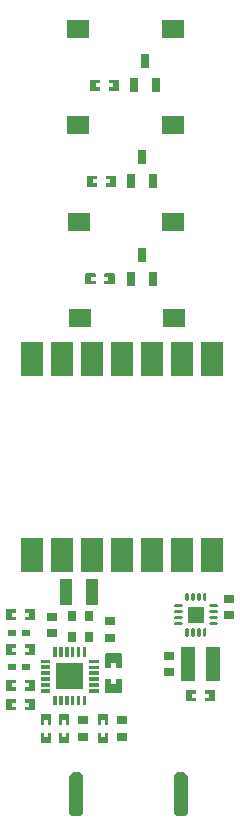
<source format=gtp>
G04 Layer: TopPasteMaskLayer*
G04 EasyEDA Pro v2.2.38.8, 2025-05-13 16:51:06*
G04 Gerber Generator version 0.3*
G04 Scale: 100 percent, Rotated: No, Reflected: No*
G04 Dimensions in millimeters*
G04 Leading zeros omitted, absolute positions, 4 integers and 5 decimals*
%FSLAX45Y45*%
%MOMM*%
%ADD10R,0.9X0.8*%
%ADD11R,0.9X0.8*%
%ADD12R,0.7X1.25001*%
%ADD13R,1.9X1.5*%
%ADD14R,1.9X2.99999*%
%ADD15R,0.75001X0.6*%
%ADD16R,1.3002X2.99999*%
%ADD17R,1.3X2.99999*%
%ADD18R,1.0X2.2*%
%ADD19R,0.8X0.9*%
G75*


G04 PolygonModel Start*
G36*
G01X4211198Y-5632999D02*
G01X4291198Y-5632999D01*
G01X4296199Y-5627997D01*
G01X4296199Y-5605201D01*
G01X4259199Y-5605201D01*
G01X4259199Y-5572201D01*
G01X4296199Y-5572201D01*
G01X4296199Y-5547998D01*
G01X4291198Y-5542999D01*
G01X4211198Y-5542999D01*
G01X4206199Y-5547998D01*
G01X4206199Y-5627997D01*
G01X4211198Y-5632999D01*
G37*
G36*
G01X4450202Y-5543001D02*
G01X4370202Y-5543001D01*
G01X4365201Y-5548003D01*
G01X4365201Y-5570799D01*
G01X4402201Y-5570799D01*
G01X4402201Y-5603799D01*
G01X4365201Y-5603799D01*
G01X4365201Y-5628002D01*
G01X4370202Y-5633001D01*
G01X4450202Y-5633001D01*
G01X4455201Y-5628002D01*
G01X4455201Y-5548003D01*
G01X4450202Y-5543001D01*
G37*
G36*
G01X2926202Y-4857201D02*
G01X2846202Y-4857201D01*
G01X2841201Y-4862203D01*
G01X2841201Y-4884999D01*
G01X2878201Y-4884999D01*
G01X2878201Y-4917999D01*
G01X2841201Y-4917999D01*
G01X2841201Y-4942202D01*
G01X2846202Y-4947201D01*
G01X2926202Y-4947201D01*
G01X2931201Y-4942202D01*
G01X2931201Y-4862203D01*
G01X2926202Y-4857201D01*
G37*
G36*
G01X2687198Y-4947199D02*
G01X2767198Y-4947199D01*
G01X2772199Y-4942197D01*
G01X2772199Y-4919401D01*
G01X2735199Y-4919401D01*
G01X2735199Y-4886401D01*
G01X2772199Y-4886401D01*
G01X2772199Y-4862198D01*
G01X2767198Y-4857199D01*
G01X2687198Y-4857199D01*
G01X2682199Y-4862198D01*
G01X2682199Y-4942197D01*
G01X2687198Y-4947199D01*
G37*
G36*
G01X2926202Y-5154275D02*
G01X2846202Y-5154275D01*
G01X2841201Y-5159276D01*
G01X2841201Y-5182072D01*
G01X2878201Y-5182072D01*
G01X2878201Y-5215072D01*
G01X2841201Y-5215072D01*
G01X2841201Y-5239276D01*
G01X2846202Y-5244274D01*
G01X2926202Y-5244274D01*
G01X2931201Y-5239276D01*
G01X2931201Y-5159276D01*
G01X2926202Y-5154275D01*
G37*
G36*
G01X2687198Y-5244272D02*
G01X2767198Y-5244272D01*
G01X2772199Y-5239271D01*
G01X2772199Y-5216474D01*
G01X2735199Y-5216474D01*
G01X2735199Y-5183475D01*
G01X2772199Y-5183475D01*
G01X2772199Y-5159271D01*
G01X2767198Y-5154272D01*
G01X2687198Y-5154272D01*
G01X2682199Y-5159271D01*
G01X2682199Y-5239271D01*
G01X2687198Y-5244272D01*
G37*
G36*
G01X3398398Y-464099D02*
G01X3478398Y-464099D01*
G01X3483399Y-459097D01*
G01X3483399Y-436301D01*
G01X3446399Y-436301D01*
G01X3446399Y-403301D01*
G01X3483399Y-403301D01*
G01X3483399Y-379098D01*
G01X3478398Y-374099D01*
G01X3398398Y-374099D01*
G01X3393399Y-379098D01*
G01X3393399Y-459097D01*
G01X3398398Y-464099D01*
G37*
G36*
G01X3637402Y-374101D02*
G01X3557402Y-374101D01*
G01X3552401Y-379103D01*
G01X3552401Y-401899D01*
G01X3589401Y-401899D01*
G01X3589401Y-434899D01*
G01X3552401Y-434899D01*
G01X3552401Y-459102D01*
G01X3557402Y-464101D01*
G01X3637402Y-464101D01*
G01X3642401Y-459102D01*
G01X3642401Y-379103D01*
G01X3637402Y-374101D01*
G37*
G36*
G01X3372998Y-1276899D02*
G01X3452998Y-1276899D01*
G01X3457999Y-1271897D01*
G01X3457999Y-1249101D01*
G01X3420999Y-1249101D01*
G01X3420999Y-1216101D01*
G01X3457999Y-1216101D01*
G01X3457999Y-1191898D01*
G01X3452998Y-1186899D01*
G01X3372998Y-1186899D01*
G01X3367999Y-1191898D01*
G01X3367999Y-1271897D01*
G01X3372998Y-1276899D01*
G37*
G36*
G01X3612002Y-1186901D02*
G01X3532002Y-1186901D01*
G01X3527001Y-1191903D01*
G01X3527001Y-1214699D01*
G01X3564001Y-1214699D01*
G01X3564001Y-1247699D01*
G01X3527001Y-1247699D01*
G01X3527001Y-1271902D01*
G01X3532002Y-1276901D01*
G01X3612002Y-1276901D01*
G01X3617001Y-1271902D01*
G01X3617001Y-1191903D01*
G01X3612002Y-1186901D01*
G37*
G36*
G01X3360298Y-2102399D02*
G01X3440298Y-2102399D01*
G01X3445299Y-2097397D01*
G01X3445299Y-2074601D01*
G01X3408299Y-2074601D01*
G01X3408299Y-2041601D01*
G01X3445299Y-2041601D01*
G01X3445299Y-2017398D01*
G01X3440298Y-2012399D01*
G01X3360298Y-2012399D01*
G01X3355299Y-2017398D01*
G01X3355299Y-2097397D01*
G01X3360298Y-2102399D01*
G37*
G36*
G01X3599302Y-2012401D02*
G01X3519302Y-2012401D01*
G01X3514301Y-2017403D01*
G01X3514301Y-2040199D01*
G01X3551301Y-2040199D01*
G01X3551301Y-2073199D01*
G01X3514301Y-2073199D01*
G01X3514301Y-2097402D01*
G01X3519302Y-2102401D01*
G01X3599302Y-2102401D01*
G01X3604301Y-2097402D01*
G01X3604301Y-2017403D01*
G01X3599302Y-2012401D01*
G37*
G36*
G01X4224592Y-4970186D02*
G01X4224592Y-4834181D01*
G01X4360596Y-4834181D01*
G01X4360596Y-4970186D01*
G01X4224592Y-4970186D01*
G37*
G36*
G01X4231582Y-5078199D02*
G02X4203586Y-5078199I-13998J267D01*
G01X4203586Y-5026198D01*
G02X4231582Y-5026198I13998J-267D01*
G01X4231582Y-5078199D01*
G37*
G36*
G01X4281594Y-5078199D02*
G02X4253601Y-5078199I-13997J327D01*
G01X4253601Y-5026198D01*
G02X4281594Y-5026198I13997J-327D01*
G01X4281594Y-5078199D01*
G37*
G36*
G01X4331586Y-5078199D02*
G02X4303578Y-5078199I-14004J0D01*
G01X4303578Y-5026198D01*
G02X4331586Y-5026198I14004J0D01*
G01X4331586Y-5078199D01*
G37*
G36*
G01X4381602Y-5078199D02*
G02X4353593Y-5078199I-14004J0D01*
G01X4353593Y-5026198D01*
G02X4381602Y-5026198I14004J0D01*
G01X4381602Y-5078199D01*
G37*
G36*
G01X4416600Y-4991191D02*
G02X4416600Y-4963183I0J14004D01*
G01X4468604Y-4963183D01*
G02X4468604Y-4991191I0J-14004D01*
G01X4416600Y-4991191D01*
G37*
G36*
G01X4416600Y-4941176D02*
G02X4416600Y-4913180I267J13998D01*
G01X4468604Y-4913180D01*
G02X4468604Y-4941176I-267J-13998D01*
G01X4416600Y-4941176D01*
G37*
G36*
G01X4416600Y-4891179D02*
G02X4416600Y-4863188I377J13995D01*
G01X4468604Y-4863188D01*
G02X4468604Y-4891179I-377J-13995D01*
G01X4416600Y-4891179D01*
G37*
G36*
G01X4416600Y-4841166D02*
G02X4416600Y-4813181I462J13993D01*
G01X4468604Y-4813181D01*
G02X4468604Y-4841166I-462J-13993D01*
G01X4416600Y-4841166D01*
G37*
G36*
G01X4381602Y-4778187D02*
G02X4353593Y-4778187I-14004J0D01*
G01X4353593Y-4726191D01*
G02X4381602Y-4726191I14004J0D01*
G01X4381602Y-4778187D01*
G37*
G36*
G01X4331586Y-4778187D02*
G02X4303578Y-4778187I-14004J0D01*
G01X4303578Y-4726191D01*
G02X4331586Y-4726191I14004J0D01*
G01X4331586Y-4778187D01*
G37*
G36*
G01X4281594Y-4778187D02*
G02X4253601Y-4778187I-13997J327D01*
G01X4253601Y-4726191D01*
G02X4281594Y-4726191I13997J-327D01*
G01X4281594Y-4778187D01*
G37*
G36*
G01X4231582Y-4778187D02*
G02X4203586Y-4778187I-13998J267D01*
G01X4203586Y-4726191D01*
G02X4231582Y-4726191I13998J-267D01*
G01X4231582Y-4778187D01*
G37*
G36*
G01X4116601Y-4841166D02*
G02X4116601Y-4813181I462J13993D01*
G01X4168600Y-4813181D01*
G02X4168600Y-4841166I-462J-13993D01*
G01X4116601Y-4841166D01*
G37*
G36*
G01X4116601Y-4891179D02*
G02X4116601Y-4863188I377J13995D01*
G01X4168600Y-4863188D01*
G02X4168600Y-4891179I-377J-13995D01*
G01X4116601Y-4891179D01*
G37*
G36*
G01X4116601Y-4941176D02*
G02X4116601Y-4913180I267J13998D01*
G01X4168600Y-4913180D01*
G02X4168600Y-4941176I-267J-13998D01*
G01X4116601Y-4941176D01*
G37*
G36*
G01X4116601Y-4991191D02*
G02X4116601Y-4963183I0J14004D01*
G01X4168600Y-4963183D01*
G02X4168600Y-4991191I0J-14004D01*
G01X4116601Y-4991191D01*
G37*
G36*
G01X3111753Y-5310484D02*
G01X3335753Y-5310484D01*
G01X3335753Y-5534484D01*
G01X3111753Y-5534484D01*
G01X3111753Y-5310484D01*
G37*
G36*
G01X3083836Y-5177583D02*
G01X3083836Y-5257586D01*
G01X3113833Y-5257586D01*
G01X3113833Y-5177583D01*
G01X3083836Y-5177583D01*
G37*
G36*
G01X3133823Y-5177583D02*
G01X3133823Y-5257586D01*
G01X3163820Y-5257586D01*
G01X3163820Y-5177583D01*
G01X3133823Y-5177583D01*
G37*
G36*
G01X3183835Y-5177583D02*
G01X3183835Y-5257586D01*
G01X3213833Y-5257586D01*
G01X3213833Y-5177583D01*
G01X3183835Y-5177583D01*
G37*
G36*
G01X3233823Y-5177583D02*
G01X3233823Y-5257586D01*
G01X3263820Y-5257586D01*
G01X3263820Y-5177583D01*
G01X3233823Y-5177583D01*
G37*
G36*
G01X3283835Y-5177583D02*
G01X3283835Y-5257586D01*
G01X3313833Y-5257586D01*
G01X3313833Y-5177583D01*
G01X3283835Y-5177583D01*
G37*
G36*
G01X3333822Y-5177583D02*
G01X3333822Y-5257586D01*
G01X3363820Y-5257586D01*
G01X3363820Y-5177583D01*
G01X3333822Y-5177583D01*
G37*
G36*
G01X3388021Y-5282394D02*
G01X3388021Y-5312396D01*
G01X3468023Y-5312396D01*
G01X3468023Y-5282394D01*
G01X3388021Y-5282394D01*
G37*
G36*
G01X3059685Y-5312396D02*
G01X3059685Y-5282394D01*
G01X2979683Y-5282394D01*
G01X2979683Y-5312396D01*
G01X3059685Y-5312396D01*
G37*
G36*
G01X3059685Y-5362383D02*
G01X3059685Y-5332381D01*
G01X2979683Y-5332381D01*
G01X2979683Y-5362383D01*
G01X3059685Y-5362383D01*
G37*
G36*
G01X3468023Y-5362409D02*
G01X3468023Y-5332406D01*
G01X3388021Y-5332406D01*
G01X3388021Y-5362409D01*
G01X3468023Y-5362409D01*
G37*
G36*
G01X3059685Y-5412396D02*
G01X3059685Y-5382394D01*
G01X2979683Y-5382394D01*
G01X2979683Y-5412396D01*
G01X3059685Y-5412396D01*
G37*
G36*
G01X3468023Y-5412396D02*
G01X3468023Y-5382394D01*
G01X3388021Y-5382394D01*
G01X3388021Y-5412396D01*
G01X3468023Y-5412396D01*
G37*
G36*
G01X3059685Y-5462383D02*
G01X3059685Y-5432381D01*
G01X2979683Y-5432381D01*
G01X2979683Y-5462383D01*
G01X3059685Y-5462383D01*
G37*
G36*
G01X3468023Y-5462409D02*
G01X3468023Y-5432406D01*
G01X3388021Y-5432406D01*
G01X3388021Y-5462409D01*
G01X3468023Y-5462409D01*
G37*
G36*
G01X3059685Y-5512396D02*
G01X3059685Y-5482393D01*
G01X2979683Y-5482393D01*
G01X2979683Y-5512396D01*
G01X3059685Y-5512396D01*
G37*
G36*
G01X3468023Y-5512396D02*
G01X3468023Y-5482393D01*
G01X3388021Y-5482393D01*
G01X3388021Y-5512396D01*
G01X3468023Y-5512396D01*
G37*
G36*
G01X3059685Y-5562383D02*
G01X3059685Y-5532381D01*
G01X2979683Y-5532381D01*
G01X2979683Y-5562383D01*
G01X3059685Y-5562383D01*
G37*
G36*
G01X3388021Y-5532406D02*
G01X3388021Y-5562408D01*
G01X3468023Y-5562408D01*
G01X3468023Y-5532406D01*
G01X3388021Y-5532406D01*
G37*
G36*
G01X3113833Y-5667219D02*
G01X3113833Y-5587217D01*
G01X3083836Y-5587217D01*
G01X3083836Y-5667219D01*
G01X3113833Y-5667219D01*
G37*
G36*
G01X3333822Y-5587217D02*
G01X3333822Y-5667219D01*
G01X3363820Y-5667219D01*
G01X3363820Y-5587217D01*
G01X3333822Y-5587217D01*
G37*
G36*
G01X3163820Y-5667219D02*
G01X3163820Y-5587217D01*
G01X3133823Y-5587217D01*
G01X3133823Y-5667219D01*
G01X3163820Y-5667219D01*
G37*
G36*
G01X3213833Y-5667219D02*
G01X3213833Y-5587217D01*
G01X3183835Y-5587217D01*
G01X3183835Y-5667219D01*
G01X3213833Y-5667219D01*
G37*
G36*
G01X3263820Y-5667219D02*
G01X3263820Y-5587217D01*
G01X3233823Y-5587217D01*
G01X3233823Y-5667219D01*
G01X3263820Y-5667219D01*
G37*
G36*
G01X3283835Y-5587217D02*
G01X3283835Y-5667219D01*
G01X3313833Y-5667219D01*
G01X3313833Y-5587217D01*
G01X3283835Y-5587217D01*
G37*
G36*
G01X4163593Y-6237300D02*
G01X4133593Y-6237300D01*
G01X4103594Y-6267300D01*
G01X4103594Y-6582298D01*
G01X4128595Y-6607299D01*
G01X4198592Y-6607299D01*
G01X4223593Y-6582298D01*
G01X4223593Y-6267300D01*
G01X4193593Y-6237300D01*
G01X4163593Y-6237300D01*
G37*
G36*
G01X3278629Y-6237308D02*
G01X3248632Y-6237308D01*
G01X3218630Y-6267303D01*
G01X3218630Y-6582298D01*
G01X3243631Y-6607310D01*
G01X3313628Y-6607310D01*
G01X3338629Y-6582298D01*
G01X3338629Y-6267303D01*
G01X3308632Y-6237308D01*
G01X3278629Y-6237308D01*
G37*
G36*
G01X3530100Y-5227002D02*
G01X3658098Y-5227002D01*
G01X3663099Y-5232004D01*
G01X3663099Y-5347005D01*
G01X3658098Y-5352004D01*
G01X3617095Y-5352506D01*
G01X3617095Y-5307505D01*
G01X3572096Y-5307505D01*
G01X3572096Y-5351506D01*
G01X3530100Y-5352004D01*
G01X3525098Y-5347005D01*
G01X3525098Y-5232004D01*
G01X3530100Y-5227002D01*
G37*
G36*
G01X3658100Y-5567997D02*
G01X3530102Y-5567997D01*
G01X3525101Y-5562996D01*
G01X3525101Y-5447995D01*
G01X3530102Y-5442996D01*
G01X3571105Y-5442494D01*
G01X3571105Y-5487495D01*
G01X3616104Y-5487495D01*
G01X3616104Y-5443494D01*
G01X3658100Y-5442996D01*
G01X3663102Y-5447995D01*
G01X3663102Y-5562996D01*
G01X3658100Y-5567997D01*
G37*
G36*
G01X3067599Y-5986902D02*
G01X3067599Y-5906902D01*
G01X3062597Y-5901901D01*
G01X3039801Y-5901901D01*
G01X3039801Y-5938901D01*
G01X3006801Y-5938901D01*
G01X3006801Y-5901901D01*
G01X2982598Y-5901901D01*
G01X2977599Y-5906902D01*
G01X2977599Y-5986902D01*
G01X2982598Y-5991901D01*
G01X3062597Y-5991901D01*
G01X3067599Y-5986902D01*
G37*
G36*
G01X2977601Y-5747898D02*
G01X2977601Y-5827898D01*
G01X2982603Y-5832899D01*
G01X3005399Y-5832899D01*
G01X3005399Y-5795899D01*
G01X3038399Y-5795899D01*
G01X3038399Y-5832899D01*
G01X3062602Y-5832899D01*
G01X3067601Y-5827898D01*
G01X3067601Y-5747898D01*
G01X3062602Y-5742899D01*
G01X2982603Y-5742899D01*
G01X2977601Y-5747898D01*
G37*
G36*
G01X3219999Y-5986902D02*
G01X3219999Y-5906902D01*
G01X3214997Y-5901901D01*
G01X3192201Y-5901901D01*
G01X3192201Y-5938901D01*
G01X3159201Y-5938901D01*
G01X3159201Y-5901901D01*
G01X3134998Y-5901901D01*
G01X3129999Y-5906902D01*
G01X3129999Y-5986902D01*
G01X3134998Y-5991901D01*
G01X3214997Y-5991901D01*
G01X3219999Y-5986902D01*
G37*
G36*
G01X3130001Y-5747898D02*
G01X3130001Y-5827898D01*
G01X3135003Y-5832899D01*
G01X3157799Y-5832899D01*
G01X3157799Y-5795899D01*
G01X3190799Y-5795899D01*
G01X3190799Y-5832899D01*
G01X3215002Y-5832899D01*
G01X3220001Y-5827898D01*
G01X3220001Y-5747898D01*
G01X3215002Y-5742899D01*
G01X3135003Y-5742899D01*
G01X3130001Y-5747898D01*
G37*
G36*
G01X2687198Y-5544099D02*
G01X2767198Y-5544099D01*
G01X2772199Y-5539097D01*
G01X2772199Y-5516301D01*
G01X2735199Y-5516301D01*
G01X2735199Y-5483301D01*
G01X2772199Y-5483301D01*
G01X2772199Y-5459098D01*
G01X2767198Y-5454099D01*
G01X2687198Y-5454099D01*
G01X2682199Y-5459098D01*
G01X2682199Y-5539097D01*
G01X2687198Y-5544099D01*
G37*
G36*
G01X2926202Y-5454101D02*
G01X2846202Y-5454101D01*
G01X2841201Y-5459103D01*
G01X2841201Y-5481899D01*
G01X2878201Y-5481899D01*
G01X2878201Y-5514899D01*
G01X2841201Y-5514899D01*
G01X2841201Y-5539102D01*
G01X2846202Y-5544101D01*
G01X2926202Y-5544101D01*
G01X2931201Y-5539102D01*
G01X2931201Y-5459103D01*
G01X2926202Y-5454101D01*
G37*
G36*
G01X2687198Y-5709199D02*
G01X2767198Y-5709199D01*
G01X2772199Y-5704197D01*
G01X2772199Y-5681401D01*
G01X2735199Y-5681401D01*
G01X2735199Y-5648401D01*
G01X2772199Y-5648401D01*
G01X2772199Y-5624198D01*
G01X2767198Y-5619199D01*
G01X2687198Y-5619199D01*
G01X2682199Y-5624198D01*
G01X2682199Y-5704197D01*
G01X2687198Y-5709199D01*
G37*
G36*
G01X2926202Y-5619201D02*
G01X2846202Y-5619201D01*
G01X2841201Y-5624203D01*
G01X2841201Y-5646999D01*
G01X2878201Y-5646999D01*
G01X2878201Y-5679999D01*
G01X2841201Y-5679999D01*
G01X2841201Y-5704202D01*
G01X2846202Y-5709201D01*
G01X2926202Y-5709201D01*
G01X2931201Y-5704202D01*
G01X2931201Y-5624203D01*
G01X2926202Y-5619201D01*
G37*
G36*
G01X3550199Y-5986902D02*
G01X3550199Y-5906902D01*
G01X3545197Y-5901901D01*
G01X3522401Y-5901901D01*
G01X3522401Y-5938901D01*
G01X3489401Y-5938901D01*
G01X3489401Y-5901901D01*
G01X3465198Y-5901901D01*
G01X3460199Y-5906902D01*
G01X3460199Y-5986902D01*
G01X3465198Y-5991901D01*
G01X3545197Y-5991901D01*
G01X3550199Y-5986902D01*
G37*
G36*
G01X3460201Y-5747898D02*
G01X3460201Y-5827898D01*
G01X3465203Y-5832899D01*
G01X3487999Y-5832899D01*
G01X3487999Y-5795899D01*
G01X3520999Y-5795899D01*
G01X3520999Y-5832899D01*
G01X3545202Y-5832899D01*
G01X3550201Y-5827898D01*
G01X3550201Y-5747898D01*
G01X3545202Y-5742899D01*
G01X3465203Y-5742899D01*
G01X3460201Y-5747898D01*
G37*

G04 Pad Start*
G54D10*
G01X4064000Y-5251298D03*
G01X4064000Y-5391302D03*
G01X3073400Y-4921098D03*
G01X3073400Y-5061102D03*
G54D11*
G01X3340100Y-5937402D03*
G01X3340100Y-5797398D03*
G54D12*
G01X3765804Y-417500D03*
G01X3955796Y-417500D03*
G01X3860800Y-217500D03*
G01X3740404Y-1230300D03*
G01X3930396Y-1230300D03*
G01X3835400Y-1030300D03*
G01X3740404Y-2055800D03*
G01X3930396Y-2055800D03*
G01X3835400Y-1855800D03*
G54D13*
G01X4098181Y60801D03*
G01X3298182Y60801D03*
G01X4108399Y-2387600D03*
G01X3308401Y-2387600D03*
G01X4097875Y-751999D03*
G01X3297877Y-751999D03*
G01X4101896Y-1577499D03*
G01X3301898Y-1577499D03*
G54D14*
G01X4432297Y-2738702D03*
G01X4178300Y-2738702D03*
G01X3924300Y-2738702D03*
G01X3670300Y-2738702D03*
G01X3416300Y-2738702D03*
G01X3162300Y-2738702D03*
G01X2908303Y-2738702D03*
G01X2908303Y-4398696D03*
G01X3162300Y-4398696D03*
G01X3416300Y-4398696D03*
G01X3670300Y-4398696D03*
G01X3924300Y-4398696D03*
G01X4178300Y-4398696D03*
G01X4432297Y-4398696D03*
G54D15*
G01X2731691Y-5054600D03*
G01X2856309Y-5054600D03*
G01X2731691Y-5346700D03*
G01X2856309Y-5346700D03*
G54D17*
G01X4435704Y-5321300D03*
G01X4225696Y-5321300D03*
G54D18*
G01X3411995Y-4711700D03*
G01X3192005Y-4711700D03*
G54D10*
G01X4572000Y-4768698D03*
G01X4572000Y-4908702D03*
G54D19*
G01X3384702Y-4914900D03*
G01X3244698Y-4914900D03*
G54D11*
G01X3568700Y-5099202D03*
G01X3568700Y-4959198D03*
G54D10*
G01X3670300Y-5797398D03*
G01X3670300Y-5937402D03*
G54D19*
G01X3384702Y-5092700D03*
G01X3244698Y-5092700D03*
G04 Pad End*

M02*


</source>
